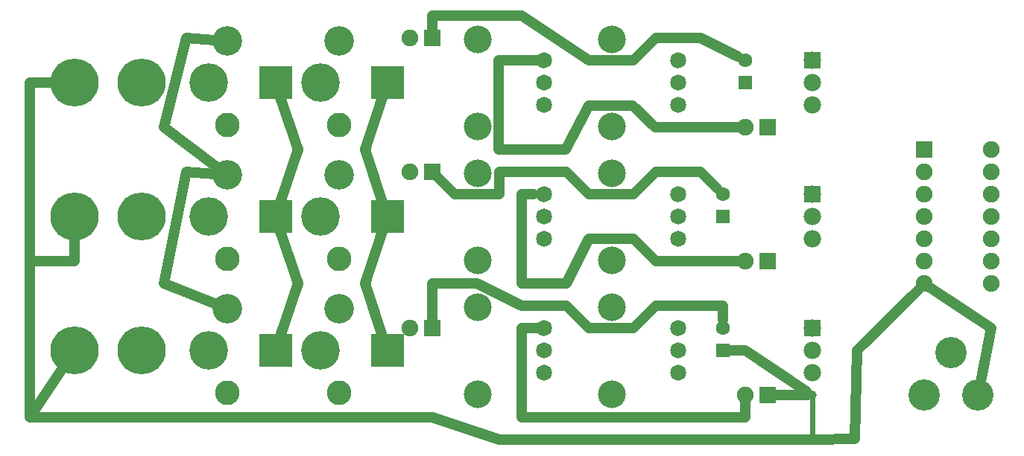
<source format=gbl>
G04 MADE WITH FRITZING*
G04 WWW.FRITZING.ORG*
G04 DOUBLE SIDED*
G04 HOLES PLATED*
G04 CONTOUR ON CENTER OF CONTOUR VECTOR*
%ASAXBY*%
%FSLAX23Y23*%
%MOIN*%
%OFA0B0*%
%SFA1.0B1.0*%
%ADD10C,0.075000*%
%ADD11C,0.071889*%
%ADD12C,0.071917*%
%ADD13C,0.124033*%
%ADD14C,0.215000*%
%ADD15C,0.078000*%
%ADD16C,0.062992*%
%ADD17C,0.148000*%
%ADD18C,0.132000*%
%ADD19C,0.110000*%
%ADD20C,0.172000*%
%ADD21C,0.140000*%
%ADD22C,0.039370*%
%ADD23R,0.075000X0.075000*%
%ADD24R,0.078000X0.078000*%
%ADD25R,0.062992X0.062992*%
%ADD26R,0.150000X0.150000*%
%ADD27C,0.048000*%
%ADD28C,0.024000*%
%LNCOPPER0*%
G90*
G70*
G54D10*
X4102Y1361D03*
X4402Y1361D03*
X4102Y1261D03*
X4402Y1261D03*
X4102Y1161D03*
X4402Y1161D03*
X4102Y1061D03*
X4402Y1061D03*
X4102Y961D03*
X4402Y961D03*
X4102Y861D03*
X4402Y861D03*
X4102Y761D03*
X4402Y761D03*
G54D11*
X3002Y361D03*
X3002Y461D03*
G54D12*
X3002Y561D03*
G54D13*
X2706Y266D03*
X2706Y655D03*
G54D11*
X2402Y361D03*
X2402Y461D03*
G54D12*
X2402Y561D03*
G54D13*
X2106Y266D03*
X2106Y655D03*
G54D11*
X3002Y961D03*
X3002Y1061D03*
G54D12*
X3002Y1161D03*
G54D13*
X2706Y866D03*
X2706Y1255D03*
G54D11*
X2402Y961D03*
X2402Y1061D03*
G54D12*
X2402Y1161D03*
G54D13*
X2106Y866D03*
X2106Y1255D03*
G54D11*
X2402Y1561D03*
X2402Y1661D03*
G54D12*
X2402Y1761D03*
G54D13*
X2106Y1466D03*
X2106Y1855D03*
G54D11*
X3002Y1561D03*
X3002Y1661D03*
G54D12*
X3002Y1761D03*
G54D13*
X2706Y1466D03*
X2706Y1855D03*
G54D14*
X602Y461D03*
X302Y461D03*
X602Y1061D03*
X602Y1661D03*
X302Y1061D03*
X302Y1661D03*
G54D15*
X3602Y1761D03*
X3602Y1661D03*
X3602Y1561D03*
X3602Y1161D03*
X3602Y1061D03*
X3602Y961D03*
X3602Y561D03*
X3602Y461D03*
X3602Y361D03*
G54D16*
X3302Y1662D03*
X3302Y1761D03*
X3202Y1062D03*
X3202Y1161D03*
X3202Y462D03*
X3202Y561D03*
G54D17*
X1202Y1061D03*
G54D18*
X987Y1249D03*
G54D19*
X987Y873D03*
G54D20*
X902Y1061D03*
G54D17*
X1202Y1661D03*
G54D18*
X987Y1849D03*
G54D19*
X987Y1473D03*
G54D20*
X902Y1661D03*
G54D17*
X1702Y1661D03*
G54D18*
X1487Y1849D03*
G54D19*
X1487Y1473D03*
G54D20*
X1402Y1661D03*
G54D17*
X1702Y461D03*
G54D18*
X1487Y649D03*
G54D19*
X1487Y273D03*
G54D20*
X1402Y461D03*
G54D17*
X1702Y1061D03*
G54D18*
X1487Y1249D03*
G54D19*
X1487Y873D03*
G54D20*
X1402Y1061D03*
G54D17*
X1202Y461D03*
G54D18*
X987Y649D03*
G54D19*
X987Y273D03*
G54D20*
X902Y461D03*
G54D21*
X4342Y261D03*
X4102Y261D03*
X4222Y451D03*
X4342Y261D03*
X4102Y261D03*
X4222Y451D03*
G54D10*
X3402Y1461D03*
X3302Y1461D03*
X1902Y561D03*
X1802Y561D03*
X1902Y1261D03*
X1802Y1261D03*
X3402Y861D03*
X3302Y861D03*
X1902Y1861D03*
X1802Y1861D03*
X3402Y261D03*
X3302Y261D03*
G54D22*
X3602Y261D03*
G54D23*
X4102Y1361D03*
G54D24*
X3602Y1761D03*
X3602Y1161D03*
X3602Y561D03*
G54D25*
X3302Y1662D03*
X3202Y1062D03*
X3202Y462D03*
G54D26*
X1201Y1061D03*
X1201Y1661D03*
X1701Y1661D03*
X1701Y461D03*
X1701Y1061D03*
X1201Y461D03*
G54D23*
X3402Y1461D03*
X1902Y561D03*
X1902Y1261D03*
X3402Y861D03*
X1902Y1861D03*
X3402Y261D03*
G54D27*
X2200Y1361D02*
X2200Y1559D01*
D02*
X2200Y1559D02*
X2200Y1762D01*
D02*
X2500Y1361D02*
X2200Y1361D01*
D02*
X2601Y1559D02*
X2500Y1361D01*
D02*
X2200Y1762D02*
X2369Y1761D01*
D02*
X2900Y1463D02*
X2799Y1559D01*
D02*
X3273Y1461D02*
X2900Y1463D01*
D02*
X2799Y1559D02*
X2601Y1559D01*
D02*
X1902Y1961D02*
X2302Y1961D01*
D02*
X1902Y1900D02*
X1902Y1961D01*
D02*
X2802Y1761D02*
X2902Y1861D01*
D02*
X2602Y1761D02*
X2802Y1761D01*
D02*
X2902Y1861D02*
X3102Y1861D01*
D02*
X2302Y1961D02*
X2602Y1761D01*
D02*
X3102Y1861D02*
X3268Y1778D01*
D02*
X2802Y961D02*
X2602Y961D01*
D02*
X2602Y961D02*
X2502Y761D01*
D02*
X3273Y861D02*
X2902Y861D01*
D02*
X2302Y1161D02*
X2357Y1161D01*
D02*
X2902Y861D02*
X2802Y961D01*
D02*
X2302Y761D02*
X2302Y1161D01*
D02*
X2502Y761D02*
X2302Y761D01*
D02*
X2602Y1161D02*
X2802Y1161D01*
D02*
X2502Y1261D02*
X2602Y1161D01*
D02*
X2202Y1261D02*
X2502Y1261D01*
D02*
X2002Y1161D02*
X2202Y1161D01*
D02*
X2202Y1161D02*
X2202Y1261D01*
D02*
X2802Y1161D02*
X2902Y1261D01*
D02*
X3102Y1261D02*
X3175Y1187D01*
D02*
X1922Y1240D02*
X2002Y1161D01*
D02*
X2902Y1261D02*
X3102Y1261D01*
D02*
X702Y1461D02*
X802Y1861D01*
D02*
X937Y1286D02*
X702Y1461D01*
D02*
X802Y1861D02*
X925Y1853D01*
D02*
X702Y761D02*
X802Y1261D01*
D02*
X802Y1261D02*
X925Y1253D01*
D02*
X929Y671D02*
X702Y761D01*
D02*
X1302Y761D02*
X1223Y996D01*
D02*
X1223Y525D02*
X1302Y761D01*
D02*
X1302Y1361D02*
X1223Y1596D01*
D02*
X1223Y1125D02*
X1302Y1361D01*
D02*
X1602Y1361D02*
X1680Y1596D01*
D02*
X1680Y1125D02*
X1602Y1361D01*
D02*
X1680Y525D02*
X1602Y761D01*
D02*
X1602Y761D02*
X1680Y996D01*
D02*
X102Y861D02*
X102Y161D01*
D02*
X1902Y161D02*
X2202Y61D01*
D02*
X2202Y61D02*
X3602Y61D01*
D02*
X3602Y61D02*
X3791Y66D01*
D02*
X102Y161D02*
X1902Y161D01*
D02*
X102Y861D02*
X302Y861D01*
D02*
X3802Y461D02*
X4074Y733D01*
D02*
X3791Y66D02*
X3802Y461D01*
D02*
X102Y161D02*
X248Y380D01*
D02*
X302Y861D02*
X302Y963D01*
D02*
X102Y1661D02*
X102Y861D01*
D02*
X205Y1661D02*
X102Y1661D01*
G54D28*
D02*
X3602Y61D02*
X3602Y242D01*
G54D27*
D02*
X3583Y261D02*
X3430Y261D01*
D02*
X1902Y761D02*
X2102Y761D01*
D02*
X2302Y661D02*
X2502Y661D01*
D02*
X2102Y761D02*
X2302Y661D01*
D02*
X2802Y561D02*
X2902Y661D01*
D02*
X2902Y661D02*
X3202Y661D01*
D02*
X1902Y600D02*
X1902Y761D01*
D02*
X2502Y661D02*
X2602Y561D01*
D02*
X2602Y561D02*
X2802Y561D01*
D02*
X3202Y661D02*
X3202Y599D01*
D02*
X2302Y161D02*
X2302Y561D01*
D02*
X3302Y161D02*
X2302Y161D01*
D02*
X3302Y232D02*
X3302Y161D01*
D02*
X2302Y561D02*
X2369Y561D01*
D02*
X3577Y277D02*
X3302Y461D01*
D02*
X3302Y461D02*
X3240Y462D01*
D02*
X4126Y745D02*
X4402Y561D01*
D02*
X4402Y561D02*
X4354Y321D01*
G04 End of Copper0*
M02*
</source>
